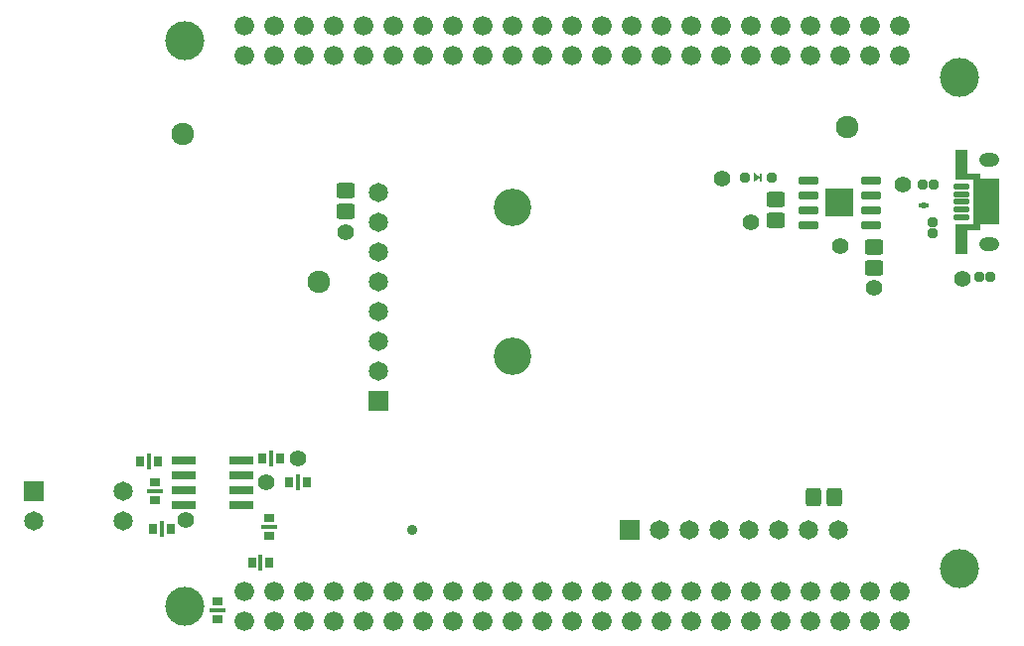
<source format=gts>
G04*
G04 #@! TF.GenerationSoftware,Altium Limited,Altium Designer,20.1.14 (287)*
G04*
G04 Layer_Color=8388736*
%FSLAX24Y24*%
%MOIN*%
G70*
G04*
G04 #@! TF.SameCoordinates,9A1B4EAE-D6D5-4477-8753-CECB3CDB6822*
G04*
G04*
G04 #@! TF.FilePolarity,Negative*
G04*
G01*
G75*
%ADD35R,0.0160X0.0540*%
%ADD36R,0.0540X0.0160*%
%ADD37R,0.0120X0.0240*%
%ADD38R,0.0394X0.1027*%
%ADD39R,0.0827X0.0227*%
%ADD40R,0.0906X0.1575*%
%ADD41R,0.0100X0.0300*%
G04:AMPARAMS|DCode=42|XSize=28mil|YSize=36mil|CornerRadius=3.8mil|HoleSize=0mil|Usage=FLASHONLY|Rotation=180.000|XOffset=0mil|YOffset=0mil|HoleType=Round|Shape=RoundedRectangle|*
%AMROUNDEDRECTD42*
21,1,0.0280,0.0284,0,0,180.0*
21,1,0.0204,0.0360,0,0,180.0*
1,1,0.0076,-0.0102,0.0142*
1,1,0.0076,0.0102,0.0142*
1,1,0.0076,0.0102,-0.0142*
1,1,0.0076,-0.0102,-0.0142*
%
%ADD42ROUNDEDRECTD42*%
G04:AMPARAMS|DCode=43|XSize=28mil|YSize=36mil|CornerRadius=3.8mil|HoleSize=0mil|Usage=FLASHONLY|Rotation=270.000|XOffset=0mil|YOffset=0mil|HoleType=Round|Shape=RoundedRectangle|*
%AMROUNDEDRECTD43*
21,1,0.0280,0.0284,0,0,270.0*
21,1,0.0204,0.0360,0,0,270.0*
1,1,0.0076,-0.0142,-0.0102*
1,1,0.0076,-0.0142,0.0102*
1,1,0.0076,0.0142,0.0102*
1,1,0.0076,0.0142,-0.0102*
%
%ADD43ROUNDEDRECTD43*%
G04:AMPARAMS|DCode=44|XSize=51.2mil|YSize=63mil|CornerRadius=9.7mil|HoleSize=0mil|Usage=FLASHONLY|Rotation=270.000|XOffset=0mil|YOffset=0mil|HoleType=Round|Shape=RoundedRectangle|*
%AMROUNDEDRECTD44*
21,1,0.0512,0.0435,0,0,270.0*
21,1,0.0317,0.0630,0,0,270.0*
1,1,0.0195,-0.0218,-0.0158*
1,1,0.0195,-0.0218,0.0158*
1,1,0.0195,0.0218,0.0158*
1,1,0.0195,0.0218,-0.0158*
%
%ADD44ROUNDEDRECTD44*%
G04:AMPARAMS|DCode=45|XSize=30.3mil|YSize=30.3mil|CornerRadius=6.6mil|HoleSize=0mil|Usage=FLASHONLY|Rotation=180.000|XOffset=0mil|YOffset=0mil|HoleType=Round|Shape=RoundedRectangle|*
%AMROUNDEDRECTD45*
21,1,0.0303,0.0171,0,0,180.0*
21,1,0.0171,0.0303,0,0,180.0*
1,1,0.0132,-0.0085,0.0085*
1,1,0.0132,0.0085,0.0085*
1,1,0.0132,0.0085,-0.0085*
1,1,0.0132,-0.0085,-0.0085*
%
%ADD45ROUNDEDRECTD45*%
G04:AMPARAMS|DCode=46|XSize=30.3mil|YSize=30.3mil|CornerRadius=6.6mil|HoleSize=0mil|Usage=FLASHONLY|Rotation=90.000|XOffset=0mil|YOffset=0mil|HoleType=Round|Shape=RoundedRectangle|*
%AMROUNDEDRECTD46*
21,1,0.0303,0.0171,0,0,90.0*
21,1,0.0171,0.0303,0,0,90.0*
1,1,0.0132,0.0085,0.0085*
1,1,0.0132,0.0085,-0.0085*
1,1,0.0132,-0.0085,-0.0085*
1,1,0.0132,-0.0085,0.0085*
%
%ADD46ROUNDEDRECTD46*%
G04:AMPARAMS|DCode=47|XSize=51.2mil|YSize=63mil|CornerRadius=9.7mil|HoleSize=0mil|Usage=FLASHONLY|Rotation=0.000|XOffset=0mil|YOffset=0mil|HoleType=Round|Shape=RoundedRectangle|*
%AMROUNDEDRECTD47*
21,1,0.0512,0.0435,0,0,0.0*
21,1,0.0317,0.0630,0,0,0.0*
1,1,0.0195,0.0158,-0.0218*
1,1,0.0195,-0.0158,-0.0218*
1,1,0.0195,-0.0158,0.0218*
1,1,0.0195,0.0158,0.0218*
%
%ADD47ROUNDEDRECTD47*%
G04:AMPARAMS|DCode=48|XSize=15mil|YSize=15mil|CornerRadius=2.7mil|HoleSize=0mil|Usage=FLASHONLY|Rotation=0.000|XOffset=0mil|YOffset=0mil|HoleType=Round|Shape=RoundedRectangle|*
%AMROUNDEDRECTD48*
21,1,0.0150,0.0096,0,0,0.0*
21,1,0.0096,0.0150,0,0,0.0*
1,1,0.0054,0.0048,-0.0048*
1,1,0.0054,-0.0048,-0.0048*
1,1,0.0054,-0.0048,0.0048*
1,1,0.0054,0.0048,0.0048*
%
%ADD48ROUNDEDRECTD48*%
%ADD49R,0.0839X0.0279*%
%ADD50C,0.0190*%
G04:AMPARAMS|DCode=51|XSize=19.7mil|YSize=55.2mil|CornerRadius=4.4mil|HoleSize=0mil|Usage=FLASHONLY|Rotation=270.000|XOffset=0mil|YOffset=0mil|HoleType=Round|Shape=RoundedRectangle|*
%AMROUNDEDRECTD51*
21,1,0.0197,0.0465,0,0,270.0*
21,1,0.0110,0.0552,0,0,270.0*
1,1,0.0087,-0.0232,-0.0055*
1,1,0.0087,-0.0232,0.0055*
1,1,0.0087,0.0232,0.0055*
1,1,0.0087,0.0232,-0.0055*
%
%ADD51ROUNDEDRECTD51*%
%ADD52R,0.0961X0.0961*%
G04:AMPARAMS|DCode=53|XSize=66.9mil|YSize=29.5mil|CornerRadius=6.5mil|HoleSize=0mil|Usage=FLASHONLY|Rotation=0.000|XOffset=0mil|YOffset=0mil|HoleType=Round|Shape=RoundedRectangle|*
%AMROUNDEDRECTD53*
21,1,0.0669,0.0165,0,0,0.0*
21,1,0.0539,0.0295,0,0,0.0*
1,1,0.0130,0.0270,-0.0083*
1,1,0.0130,-0.0270,-0.0083*
1,1,0.0130,-0.0270,0.0083*
1,1,0.0130,0.0270,0.0083*
%
%ADD53ROUNDEDRECTD53*%
G04:AMPARAMS|DCode=54|XSize=30.9mil|YSize=30.9mil|CornerRadius=6.7mil|HoleSize=0mil|Usage=FLASHONLY|Rotation=90.000|XOffset=0mil|YOffset=0mil|HoleType=Round|Shape=RoundedRectangle|*
%AMROUNDEDRECTD54*
21,1,0.0309,0.0175,0,0,90.0*
21,1,0.0175,0.0309,0,0,90.0*
1,1,0.0134,0.0088,0.0088*
1,1,0.0134,0.0088,-0.0088*
1,1,0.0134,-0.0088,-0.0088*
1,1,0.0134,-0.0088,0.0088*
%
%ADD54ROUNDEDRECTD54*%
%ADD55C,0.0659*%
%ADD56C,0.0650*%
%ADD57R,0.0650X0.0650*%
%ADD58C,0.0759*%
%ADD59O,0.0673X0.0476*%
%ADD60R,0.0650X0.0650*%
%ADD61C,0.1309*%
%ADD62C,0.0559*%
%ADD63C,0.0359*%
%ADD64C,0.1259*%
G36*
X25100Y15650D02*
X24850Y15500D01*
Y15800D01*
X25100Y15650D01*
D02*
G37*
D35*
X9550Y5400D02*
D03*
X8300Y2700D02*
D03*
X4550Y6100D02*
D03*
X4990Y3850D02*
D03*
X8650Y6200D02*
D03*
D36*
X6850Y1100D02*
D03*
X8600Y3900D02*
D03*
X4750Y5100D02*
D03*
D37*
X30550Y14700D02*
D03*
D38*
X31825Y16082D02*
D03*
X31825Y13560D02*
D03*
D39*
X32041Y13960D02*
D03*
X32041Y15682D02*
D03*
D40*
X32652Y14821D02*
D03*
D41*
X25100Y15650D02*
D03*
D42*
X9840Y5400D02*
D03*
X9260D02*
D03*
X8010Y2700D02*
D03*
X8590D02*
D03*
X4260Y6100D02*
D03*
X4840D02*
D03*
X4700Y3850D02*
D03*
X5280D02*
D03*
X8360Y6200D02*
D03*
X8940D02*
D03*
D43*
X6850Y1390D02*
D03*
Y810D02*
D03*
X8600Y4190D02*
D03*
Y3610D02*
D03*
X4750Y5390D02*
D03*
Y4810D02*
D03*
D44*
X11150Y14496D02*
D03*
Y15204D02*
D03*
X28900Y12596D02*
D03*
Y13304D02*
D03*
X25600Y14196D02*
D03*
Y14904D02*
D03*
D45*
X30523Y15400D02*
D03*
X30877D02*
D03*
X32423Y12300D02*
D03*
X32777D02*
D03*
D46*
X30850Y14127D02*
D03*
Y13773D02*
D03*
D47*
X27554Y4900D02*
D03*
X26846D02*
D03*
D48*
X30650Y14700D02*
D03*
X30450D02*
D03*
D49*
X5730Y6150D02*
D03*
Y5650D02*
D03*
Y5150D02*
D03*
Y4650D02*
D03*
X7670D02*
D03*
Y5150D02*
D03*
Y5650D02*
D03*
Y6150D02*
D03*
D50*
X32652Y14821D02*
D03*
D51*
X31813Y14309D02*
D03*
Y14565D02*
D03*
Y14821D02*
D03*
Y15077D02*
D03*
Y15333D02*
D03*
D52*
X27737Y14800D02*
D03*
D53*
X28800Y15550D02*
D03*
X28800Y15050D02*
D03*
X28800Y14550D02*
D03*
X26674Y15550D02*
D03*
Y15050D02*
D03*
Y14550D02*
D03*
Y14050D02*
D03*
X28800Y14050D02*
D03*
D54*
X25450Y15650D02*
D03*
X24550D02*
D03*
D55*
X7750Y750D02*
D03*
X8750D02*
D03*
X9750D02*
D03*
X10750D02*
D03*
X11750D02*
D03*
X12750D02*
D03*
X13750D02*
D03*
X14750D02*
D03*
X15750D02*
D03*
X16750D02*
D03*
X17750D02*
D03*
X18750D02*
D03*
X19750D02*
D03*
X20750D02*
D03*
X21750D02*
D03*
X22750D02*
D03*
X23750D02*
D03*
X24750D02*
D03*
X25750D02*
D03*
X26750D02*
D03*
X27750D02*
D03*
X28750D02*
D03*
X29750D02*
D03*
X7750Y1750D02*
D03*
X8750D02*
D03*
X9750D02*
D03*
X10750D02*
D03*
X11750D02*
D03*
X12750D02*
D03*
X13750D02*
D03*
X14750D02*
D03*
X15750D02*
D03*
X16750D02*
D03*
X17750D02*
D03*
X18750D02*
D03*
X19750D02*
D03*
X20750D02*
D03*
X21750D02*
D03*
X22750D02*
D03*
X23750D02*
D03*
X24750D02*
D03*
X25750D02*
D03*
X26750D02*
D03*
X27750D02*
D03*
X28750D02*
D03*
X29750D02*
D03*
Y20750D02*
D03*
X28750D02*
D03*
X27750D02*
D03*
X26750D02*
D03*
X25750D02*
D03*
X24750D02*
D03*
X23750D02*
D03*
X22750D02*
D03*
X21750D02*
D03*
X20750D02*
D03*
X19750D02*
D03*
X18750D02*
D03*
X17750D02*
D03*
X16750D02*
D03*
X15750D02*
D03*
X14750D02*
D03*
X13750D02*
D03*
X12750D02*
D03*
X11750D02*
D03*
X10750D02*
D03*
X9750D02*
D03*
X8750D02*
D03*
X7750D02*
D03*
X29750Y19750D02*
D03*
X28750D02*
D03*
X27750D02*
D03*
X26750D02*
D03*
X25750D02*
D03*
X24750D02*
D03*
X23750D02*
D03*
X22750D02*
D03*
X21750D02*
D03*
X20750D02*
D03*
X19750D02*
D03*
X18750D02*
D03*
X17750D02*
D03*
X16750D02*
D03*
X15750D02*
D03*
X14750D02*
D03*
X13750D02*
D03*
X12750D02*
D03*
X11750D02*
D03*
X10750D02*
D03*
X9750D02*
D03*
X8750D02*
D03*
X7750D02*
D03*
D56*
X27700Y3800D02*
D03*
X26700D02*
D03*
X25700D02*
D03*
X24700D02*
D03*
X23700D02*
D03*
X22700D02*
D03*
X21700D02*
D03*
X12250Y15150D02*
D03*
X3700Y4100D02*
D03*
Y5100D02*
D03*
X700Y4100D02*
D03*
X12250Y9150D02*
D03*
Y10150D02*
D03*
Y11150D02*
D03*
Y12150D02*
D03*
Y13150D02*
D03*
Y14150D02*
D03*
D57*
X20700Y3800D02*
D03*
X700Y5100D02*
D03*
D58*
X10250Y12150D02*
D03*
X5700Y17100D02*
D03*
X28000Y17350D02*
D03*
D59*
X32750Y16243D02*
D03*
X32750Y13400D02*
D03*
D60*
X12250Y8150D02*
D03*
D61*
X5750Y1250D02*
D03*
X31750Y2500D02*
D03*
Y19000D02*
D03*
X5750Y20250D02*
D03*
D62*
X29850Y15400D02*
D03*
X8500Y5400D02*
D03*
X9550Y6200D02*
D03*
X27750Y13350D02*
D03*
X24750Y14150D02*
D03*
X5800Y4150D02*
D03*
X23800Y15600D02*
D03*
X11150Y13800D02*
D03*
X28900Y11950D02*
D03*
X31850Y12250D02*
D03*
D63*
X13396Y3807D02*
D03*
D64*
X16750Y9650D02*
D03*
Y14650D02*
D03*
M02*

</source>
